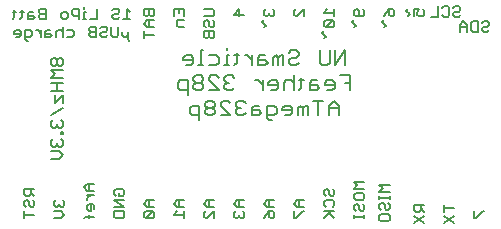
<source format=gbr>
G04 EAGLE Gerber RS-274X export*
G75*
%MOMM*%
%FSLAX34Y34*%
%LPD*%
%INSilkscreen Bottom*%
%IPPOS*%
%AMOC8*
5,1,8,0,0,1.08239X$1,22.5*%
G01*
%ADD10C,0.127000*%
%ADD11C,0.177800*%
%ADD12C,0.152400*%


D10*
X149244Y200242D02*
X146278Y203208D01*
X146278Y194310D01*
X149244Y194310D02*
X143312Y194310D01*
X135440Y203208D02*
X133957Y201725D01*
X135440Y203208D02*
X138405Y203208D01*
X139888Y201725D01*
X139888Y200242D01*
X138405Y198759D01*
X135440Y198759D01*
X133957Y197276D01*
X133957Y195793D01*
X135440Y194310D01*
X138405Y194310D01*
X139888Y195793D01*
X121178Y194310D02*
X121178Y203208D01*
X121178Y194310D02*
X115246Y194310D01*
X111823Y200242D02*
X110340Y200242D01*
X110340Y194310D01*
X111823Y194310D02*
X108857Y194310D01*
X110340Y203208D02*
X110340Y204691D01*
X105586Y203208D02*
X105586Y194310D01*
X105586Y203208D02*
X101137Y203208D01*
X99654Y201725D01*
X99654Y198759D01*
X101137Y197276D01*
X105586Y197276D01*
X94748Y194310D02*
X91782Y194310D01*
X90299Y195793D01*
X90299Y198759D01*
X91782Y200242D01*
X94748Y200242D01*
X96231Y198759D01*
X96231Y195793D01*
X94748Y194310D01*
X77520Y194310D02*
X77520Y203208D01*
X73072Y203208D01*
X71589Y201725D01*
X71589Y200242D01*
X73072Y198759D01*
X71589Y197276D01*
X71589Y195793D01*
X73072Y194310D01*
X77520Y194310D01*
X77520Y198759D02*
X73072Y198759D01*
X66682Y200242D02*
X63717Y200242D01*
X62234Y198759D01*
X62234Y194310D01*
X66682Y194310D01*
X68165Y195793D01*
X66682Y197276D01*
X62234Y197276D01*
X57327Y195793D02*
X57327Y201725D01*
X57327Y195793D02*
X55844Y194310D01*
X55844Y200242D02*
X58810Y200242D01*
X51090Y201725D02*
X51090Y195793D01*
X49607Y194310D01*
X49607Y200242D02*
X52573Y200242D01*
X146981Y183519D02*
X146981Y180553D01*
X145498Y179070D01*
X144015Y179070D01*
X142532Y180553D01*
X142532Y183519D01*
X146981Y180553D02*
X146981Y177587D01*
X148464Y176104D01*
X139109Y180553D02*
X139109Y187968D01*
X139109Y180553D02*
X137626Y179070D01*
X134660Y179070D01*
X133177Y180553D01*
X133177Y187968D01*
X125305Y187968D02*
X123822Y186485D01*
X125305Y187968D02*
X128271Y187968D01*
X129754Y186485D01*
X129754Y185002D01*
X128271Y183519D01*
X125305Y183519D01*
X123822Y182036D01*
X123822Y180553D01*
X125305Y179070D01*
X128271Y179070D01*
X129754Y180553D01*
X120398Y179070D02*
X120398Y187968D01*
X115950Y187968D01*
X114467Y186485D01*
X114467Y185002D01*
X115950Y183519D01*
X114467Y182036D01*
X114467Y180553D01*
X115950Y179070D01*
X120398Y179070D01*
X120398Y183519D02*
X115950Y183519D01*
X100205Y185002D02*
X95756Y185002D01*
X100205Y185002D02*
X101688Y183519D01*
X101688Y180553D01*
X100205Y179070D01*
X95756Y179070D01*
X92333Y179070D02*
X92333Y187968D01*
X90850Y185002D02*
X92333Y183519D01*
X90850Y185002D02*
X87884Y185002D01*
X86401Y183519D01*
X86401Y179070D01*
X81495Y185002D02*
X78529Y185002D01*
X77046Y183519D01*
X77046Y179070D01*
X81495Y179070D01*
X82978Y180553D01*
X81495Y182036D01*
X77046Y182036D01*
X73622Y179070D02*
X73622Y185002D01*
X70657Y185002D02*
X73622Y182036D01*
X70657Y185002D02*
X69174Y185002D01*
X62861Y176104D02*
X61378Y176104D01*
X59895Y177587D01*
X59895Y185002D01*
X64344Y185002D01*
X65827Y183519D01*
X65827Y180553D01*
X64344Y179070D01*
X59895Y179070D01*
X54988Y179070D02*
X52023Y179070D01*
X54988Y179070D02*
X56471Y180553D01*
X56471Y183519D01*
X54988Y185002D01*
X52023Y185002D01*
X50540Y183519D01*
X50540Y182036D01*
X56471Y182036D01*
D11*
X331040Y167905D02*
X331040Y155448D01*
X322735Y155448D02*
X331040Y167905D01*
X322735Y167905D02*
X322735Y155448D01*
X317942Y157524D02*
X317942Y167905D01*
X317942Y157524D02*
X315866Y155448D01*
X311714Y155448D01*
X309638Y157524D01*
X309638Y167905D01*
X285520Y167905D02*
X283443Y165829D01*
X285520Y167905D02*
X289672Y167905D01*
X291748Y165829D01*
X291748Y163752D01*
X289672Y161676D01*
X285520Y161676D01*
X283443Y159600D01*
X283443Y157524D01*
X285520Y155448D01*
X289672Y155448D01*
X291748Y157524D01*
X278651Y155448D02*
X278651Y163752D01*
X276574Y163752D01*
X274498Y161676D01*
X274498Y155448D01*
X274498Y161676D02*
X272422Y163752D01*
X270346Y161676D01*
X270346Y155448D01*
X263477Y163752D02*
X259325Y163752D01*
X257249Y161676D01*
X257249Y155448D01*
X263477Y155448D01*
X265553Y157524D01*
X263477Y159600D01*
X257249Y159600D01*
X252456Y155448D02*
X252456Y163752D01*
X252456Y159600D02*
X248304Y163752D01*
X246228Y163752D01*
X239466Y165829D02*
X239466Y157524D01*
X237390Y155448D01*
X237390Y163752D02*
X241542Y163752D01*
X232810Y163752D02*
X230734Y163752D01*
X230734Y155448D01*
X232810Y155448D02*
X228658Y155448D01*
X230734Y167905D02*
X230734Y169981D01*
X222003Y163752D02*
X215774Y163752D01*
X222003Y163752D02*
X224079Y161676D01*
X224079Y157524D01*
X222003Y155448D01*
X215774Y155448D01*
X210981Y167905D02*
X208905Y167905D01*
X208905Y155448D01*
X210981Y155448D02*
X206829Y155448D01*
X200174Y155448D02*
X196022Y155448D01*
X200174Y155448D02*
X202250Y157524D01*
X202250Y161676D01*
X200174Y163752D01*
X196022Y163752D01*
X193946Y161676D01*
X193946Y159600D01*
X202250Y159600D01*
X335405Y146569D02*
X335405Y134112D01*
X335405Y146569D02*
X327101Y146569D01*
X331253Y140340D02*
X335405Y140340D01*
X320232Y134112D02*
X316080Y134112D01*
X320232Y134112D02*
X322308Y136188D01*
X322308Y140340D01*
X320232Y142416D01*
X316080Y142416D01*
X314004Y140340D01*
X314004Y138264D01*
X322308Y138264D01*
X307135Y142416D02*
X302983Y142416D01*
X300906Y140340D01*
X300906Y134112D01*
X307135Y134112D01*
X309211Y136188D01*
X307135Y138264D01*
X300906Y138264D01*
X294037Y136188D02*
X294037Y144493D01*
X294037Y136188D02*
X291961Y134112D01*
X291961Y142416D02*
X296114Y142416D01*
X287382Y146569D02*
X287382Y134112D01*
X287382Y140340D02*
X285306Y142416D01*
X281154Y142416D01*
X279078Y140340D01*
X279078Y134112D01*
X272209Y134112D02*
X268057Y134112D01*
X272209Y134112D02*
X274285Y136188D01*
X274285Y140340D01*
X272209Y142416D01*
X268057Y142416D01*
X265980Y140340D01*
X265980Y138264D01*
X274285Y138264D01*
X261188Y134112D02*
X261188Y142416D01*
X261188Y138264D02*
X257035Y142416D01*
X254959Y142416D01*
X237176Y144493D02*
X235100Y146569D01*
X230948Y146569D01*
X228872Y144493D01*
X228872Y142416D01*
X230948Y140340D01*
X233024Y140340D01*
X230948Y140340D02*
X228872Y138264D01*
X228872Y136188D01*
X230948Y134112D01*
X235100Y134112D01*
X237176Y136188D01*
X224079Y134112D02*
X215774Y134112D01*
X215774Y142416D02*
X224079Y134112D01*
X215774Y142416D02*
X215774Y144493D01*
X217850Y146569D01*
X222003Y146569D01*
X224079Y144493D01*
X210981Y144493D02*
X208905Y146569D01*
X204753Y146569D01*
X202677Y144493D01*
X202677Y142416D01*
X204753Y140340D01*
X202677Y138264D01*
X202677Y136188D01*
X204753Y134112D01*
X208905Y134112D01*
X210981Y136188D01*
X210981Y138264D01*
X208905Y140340D01*
X210981Y142416D01*
X210981Y144493D01*
X208905Y140340D02*
X204753Y140340D01*
X197884Y142416D02*
X197884Y129960D01*
X197884Y142416D02*
X191656Y142416D01*
X189580Y140340D01*
X189580Y136188D01*
X191656Y134112D01*
X197884Y134112D01*
X325582Y121080D02*
X325582Y112776D01*
X325582Y121080D02*
X321430Y125233D01*
X317278Y121080D01*
X317278Y112776D01*
X317278Y119004D02*
X325582Y119004D01*
X308333Y112776D02*
X308333Y125233D01*
X312485Y125233D02*
X304181Y125233D01*
X299388Y121080D02*
X299388Y112776D01*
X299388Y121080D02*
X297312Y121080D01*
X295236Y119004D01*
X295236Y112776D01*
X295236Y119004D02*
X293160Y121080D01*
X291083Y119004D01*
X291083Y112776D01*
X284215Y112776D02*
X280062Y112776D01*
X284215Y112776D02*
X286291Y114852D01*
X286291Y119004D01*
X284215Y121080D01*
X280062Y121080D01*
X277986Y119004D01*
X277986Y116928D01*
X286291Y116928D01*
X269041Y108624D02*
X266965Y108624D01*
X264889Y110700D01*
X264889Y121080D01*
X271117Y121080D01*
X273193Y119004D01*
X273193Y114852D01*
X271117Y112776D01*
X264889Y112776D01*
X258020Y121080D02*
X253868Y121080D01*
X251792Y119004D01*
X251792Y112776D01*
X258020Y112776D01*
X260096Y114852D01*
X258020Y116928D01*
X251792Y116928D01*
X246999Y123157D02*
X244923Y125233D01*
X240771Y125233D01*
X238694Y123157D01*
X238694Y121080D01*
X240771Y119004D01*
X242847Y119004D01*
X240771Y119004D02*
X238694Y116928D01*
X238694Y114852D01*
X240771Y112776D01*
X244923Y112776D01*
X246999Y114852D01*
X233902Y112776D02*
X225597Y112776D01*
X225597Y121080D02*
X233902Y112776D01*
X225597Y121080D02*
X225597Y123157D01*
X227673Y125233D01*
X231826Y125233D01*
X233902Y123157D01*
X220804Y123157D02*
X218728Y125233D01*
X214576Y125233D01*
X212500Y123157D01*
X212500Y121080D01*
X214576Y119004D01*
X212500Y116928D01*
X212500Y114852D01*
X214576Y112776D01*
X218728Y112776D01*
X220804Y114852D01*
X220804Y116928D01*
X218728Y119004D01*
X220804Y121080D01*
X220804Y123157D01*
X218728Y119004D02*
X214576Y119004D01*
X207707Y121080D02*
X207707Y108624D01*
X207707Y121080D02*
X201479Y121080D01*
X199403Y119004D01*
X199403Y114852D01*
X201479Y112776D01*
X207707Y112776D01*
D12*
X83686Y161443D02*
X82034Y159790D01*
X82034Y156485D01*
X83686Y154833D01*
X85338Y154833D01*
X86991Y156485D01*
X88643Y154833D01*
X90296Y154833D01*
X91948Y156485D01*
X91948Y159790D01*
X90296Y161443D01*
X88643Y161443D01*
X86991Y159790D01*
X85338Y161443D01*
X83686Y161443D01*
X86991Y159790D02*
X86991Y156485D01*
X91948Y150918D02*
X82034Y150918D01*
X85338Y147613D01*
X82034Y144308D01*
X91948Y144308D01*
X91948Y140393D02*
X82034Y140393D01*
X86991Y140393D02*
X86991Y133784D01*
X82034Y133784D02*
X91948Y133784D01*
X85338Y129869D02*
X85338Y123259D01*
X91948Y129869D01*
X91948Y123259D01*
X91948Y119344D02*
X82034Y112735D01*
X83686Y108820D02*
X82034Y107167D01*
X82034Y103862D01*
X83686Y102210D01*
X85338Y102210D01*
X86991Y103862D01*
X86991Y105515D01*
X86991Y103862D02*
X88643Y102210D01*
X90296Y102210D01*
X91948Y103862D01*
X91948Y107167D01*
X90296Y108820D01*
X90296Y98295D02*
X91948Y98295D01*
X90296Y98295D02*
X90296Y96643D01*
X91948Y96643D01*
X91948Y98295D01*
X83686Y93033D02*
X82034Y91380D01*
X82034Y88075D01*
X83686Y86423D01*
X85338Y86423D01*
X86991Y88075D01*
X86991Y89728D01*
X86991Y88075D02*
X88643Y86423D01*
X90296Y86423D01*
X91948Y88075D01*
X91948Y91380D01*
X90296Y93033D01*
X88643Y82508D02*
X82034Y82508D01*
X88643Y82508D02*
X91948Y79203D01*
X88643Y75898D01*
X82034Y75898D01*
D10*
X211447Y202565D02*
X218862Y202565D01*
X220345Y201082D01*
X220345Y198116D01*
X218862Y196633D01*
X211447Y196633D01*
X211447Y188761D02*
X212930Y187278D01*
X211447Y188761D02*
X211447Y191727D01*
X212930Y193210D01*
X214413Y193210D01*
X215896Y191727D01*
X215896Y188761D01*
X217379Y187278D01*
X218862Y187278D01*
X220345Y188761D01*
X220345Y191727D01*
X218862Y193210D01*
X220345Y183855D02*
X211447Y183855D01*
X211447Y179406D01*
X212930Y177923D01*
X214413Y177923D01*
X215896Y179406D01*
X217379Y177923D01*
X218862Y177923D01*
X220345Y179406D01*
X220345Y183855D01*
X215896Y183855D02*
X215896Y179406D01*
X236847Y198116D02*
X245745Y198116D01*
X241296Y202565D02*
X236847Y198116D01*
X241296Y196633D02*
X241296Y202565D01*
X389247Y202565D02*
X389247Y196633D01*
X389247Y202565D02*
X393696Y202565D01*
X392213Y199599D01*
X392213Y198116D01*
X393696Y196633D01*
X396662Y196633D01*
X398145Y198116D01*
X398145Y201082D01*
X396662Y202565D01*
X296545Y202565D02*
X296545Y196633D01*
X296545Y202565D02*
X290613Y196633D01*
X289130Y196633D01*
X287647Y198116D01*
X287647Y201082D01*
X289130Y202565D01*
X313047Y199599D02*
X316013Y202565D01*
X313047Y199599D02*
X321945Y199599D01*
X321945Y202565D02*
X321945Y196633D01*
X320462Y193210D02*
X314530Y193210D01*
X313047Y191727D01*
X313047Y188761D01*
X314530Y187278D01*
X320462Y187278D01*
X321945Y188761D01*
X321945Y191727D01*
X320462Y193210D01*
X314530Y187278D01*
X313047Y183855D02*
X311564Y182372D01*
X314530Y179406D01*
X313047Y177923D01*
X345862Y202565D02*
X347345Y201082D01*
X347345Y198116D01*
X345862Y196633D01*
X339930Y196633D01*
X338447Y198116D01*
X338447Y201082D01*
X339930Y202565D01*
X341413Y202565D01*
X342896Y201082D01*
X342896Y196633D01*
X338447Y193210D02*
X336964Y191727D01*
X339930Y188761D01*
X338447Y187278D01*
X169545Y202565D02*
X160647Y202565D01*
X160647Y198116D01*
X162130Y196633D01*
X163613Y196633D01*
X165096Y198116D01*
X166579Y196633D01*
X168062Y196633D01*
X169545Y198116D01*
X169545Y202565D01*
X165096Y202565D02*
X165096Y198116D01*
X163613Y193210D02*
X169545Y193210D01*
X163613Y193210D02*
X160647Y190244D01*
X163613Y187278D01*
X169545Y187278D01*
X165096Y187278D02*
X165096Y193210D01*
X169545Y180889D02*
X160647Y180889D01*
X160647Y183855D02*
X160647Y177923D01*
X262247Y201082D02*
X263730Y202565D01*
X262247Y201082D02*
X262247Y198116D01*
X263730Y196633D01*
X265213Y196633D01*
X266696Y198116D01*
X266696Y199599D01*
X266696Y198116D02*
X268179Y196633D01*
X269662Y196633D01*
X271145Y198116D01*
X271145Y201082D01*
X269662Y202565D01*
X262247Y193210D02*
X260764Y191727D01*
X263730Y188761D01*
X262247Y187278D01*
X363847Y196633D02*
X365330Y199599D01*
X368296Y202565D01*
X371262Y202565D01*
X372745Y201082D01*
X372745Y198116D01*
X371262Y196633D01*
X369779Y196633D01*
X368296Y198116D01*
X368296Y202565D01*
X363847Y193210D02*
X362364Y191727D01*
X365330Y188761D01*
X363847Y187278D01*
X186047Y196633D02*
X186047Y202565D01*
X194945Y202565D01*
X194945Y196633D01*
X190496Y199599D02*
X190496Y202565D01*
X189013Y193210D02*
X194945Y193210D01*
X189013Y193210D02*
X189013Y188761D01*
X190496Y187278D01*
X194945Y187278D01*
X67945Y50291D02*
X59047Y50291D01*
X59047Y45842D01*
X60530Y44359D01*
X63496Y44359D01*
X64979Y45842D01*
X64979Y50291D01*
X64979Y47325D02*
X67945Y44359D01*
X59047Y36487D02*
X60530Y35004D01*
X59047Y36487D02*
X59047Y39452D01*
X60530Y40935D01*
X62013Y40935D01*
X63496Y39452D01*
X63496Y36487D01*
X64979Y35004D01*
X66462Y35004D01*
X67945Y36487D01*
X67945Y39452D01*
X66462Y40935D01*
X67945Y28614D02*
X59047Y28614D01*
X59047Y31580D02*
X59047Y25648D01*
X112813Y54968D02*
X118745Y54968D01*
X112813Y54968D02*
X109847Y52002D01*
X112813Y49036D01*
X118745Y49036D01*
X114296Y49036D02*
X114296Y54968D01*
X112813Y45613D02*
X118745Y45613D01*
X115779Y45613D02*
X112813Y42647D01*
X112813Y41164D01*
X118745Y36334D02*
X118745Y33368D01*
X118745Y36334D02*
X117262Y37817D01*
X114296Y37817D01*
X112813Y36334D01*
X112813Y33368D01*
X114296Y31885D01*
X115779Y31885D01*
X115779Y37817D01*
X118745Y26979D02*
X111330Y26979D01*
X109847Y25496D01*
X114296Y25496D02*
X114296Y28462D01*
X85930Y40935D02*
X84447Y39452D01*
X84447Y36487D01*
X85930Y35004D01*
X87413Y35004D01*
X88896Y36487D01*
X88896Y37970D01*
X88896Y36487D02*
X90379Y35004D01*
X91862Y35004D01*
X93345Y36487D01*
X93345Y39452D01*
X91862Y40935D01*
X90379Y31580D02*
X84447Y31580D01*
X90379Y31580D02*
X93345Y28614D01*
X90379Y25648D01*
X84447Y25648D01*
X290613Y40935D02*
X296545Y40935D01*
X290613Y40935D02*
X287647Y37970D01*
X290613Y35004D01*
X296545Y35004D01*
X292096Y35004D02*
X292096Y40935D01*
X287647Y31580D02*
X287647Y25648D01*
X289130Y25648D01*
X295062Y31580D01*
X296545Y31580D01*
X271145Y40935D02*
X265213Y40935D01*
X262247Y37970D01*
X265213Y35004D01*
X271145Y35004D01*
X266696Y35004D02*
X266696Y40935D01*
X263730Y28614D02*
X262247Y25648D01*
X263730Y28614D02*
X266696Y31580D01*
X269662Y31580D01*
X271145Y30097D01*
X271145Y27131D01*
X269662Y25648D01*
X268179Y25648D01*
X266696Y27131D01*
X266696Y31580D01*
X245745Y40935D02*
X239813Y40935D01*
X236847Y37970D01*
X239813Y35004D01*
X245745Y35004D01*
X241296Y35004D02*
X241296Y40935D01*
X238330Y31580D02*
X236847Y30097D01*
X236847Y27131D01*
X238330Y25648D01*
X239813Y25648D01*
X241296Y27131D01*
X241296Y28614D01*
X241296Y27131D02*
X242779Y25648D01*
X244262Y25648D01*
X245745Y27131D01*
X245745Y30097D01*
X244262Y31580D01*
X220345Y40935D02*
X214413Y40935D01*
X211447Y37970D01*
X214413Y35004D01*
X220345Y35004D01*
X215896Y35004D02*
X215896Y40935D01*
X220345Y31580D02*
X220345Y25648D01*
X220345Y31580D02*
X214413Y25648D01*
X212930Y25648D01*
X211447Y27131D01*
X211447Y30097D01*
X212930Y31580D01*
X194945Y40935D02*
X189013Y40935D01*
X186047Y37970D01*
X189013Y35004D01*
X194945Y35004D01*
X190496Y35004D02*
X190496Y40935D01*
X189013Y31580D02*
X186047Y28614D01*
X194945Y28614D01*
X194945Y31580D02*
X194945Y25648D01*
X169545Y40935D02*
X163613Y40935D01*
X160647Y37970D01*
X163613Y35004D01*
X169545Y35004D01*
X165096Y35004D02*
X165096Y40935D01*
X168062Y31580D02*
X162130Y31580D01*
X160647Y30097D01*
X160647Y27131D01*
X162130Y25648D01*
X168062Y25648D01*
X169545Y27131D01*
X169545Y30097D01*
X168062Y31580D01*
X162130Y25648D01*
X313047Y45842D02*
X314530Y44359D01*
X313047Y45842D02*
X313047Y48808D01*
X314530Y50291D01*
X316013Y50291D01*
X317496Y48808D01*
X317496Y45842D01*
X318979Y44359D01*
X320462Y44359D01*
X321945Y45842D01*
X321945Y48808D01*
X320462Y50291D01*
X313047Y36487D02*
X314530Y35004D01*
X313047Y36487D02*
X313047Y39452D01*
X314530Y40935D01*
X320462Y40935D01*
X321945Y39452D01*
X321945Y36487D01*
X320462Y35004D01*
X321945Y31580D02*
X313047Y31580D01*
X318979Y31580D02*
X313047Y25648D01*
X317496Y30097D02*
X321945Y25648D01*
X338447Y56527D02*
X347345Y56527D01*
X341413Y53562D02*
X338447Y56527D01*
X341413Y53562D02*
X338447Y50596D01*
X347345Y50596D01*
X338447Y45689D02*
X338447Y42723D01*
X338447Y45689D02*
X339930Y47172D01*
X345862Y47172D01*
X347345Y45689D01*
X347345Y42723D01*
X345862Y41240D01*
X339930Y41240D01*
X338447Y42723D01*
X338447Y33368D02*
X339930Y31885D01*
X338447Y33368D02*
X338447Y36334D01*
X339930Y37817D01*
X341413Y37817D01*
X342896Y36334D01*
X342896Y33368D01*
X344379Y31885D01*
X345862Y31885D01*
X347345Y33368D01*
X347345Y36334D01*
X345862Y37817D01*
X347345Y28462D02*
X347345Y25496D01*
X347345Y26979D02*
X338447Y26979D01*
X338447Y28462D02*
X338447Y25496D01*
X360037Y53987D02*
X368935Y53987D01*
X363003Y51022D02*
X360037Y53987D01*
X363003Y51022D02*
X360037Y48056D01*
X368935Y48056D01*
X368935Y44632D02*
X368935Y41666D01*
X368935Y43149D02*
X360037Y43149D01*
X360037Y44632D02*
X360037Y41666D01*
X360037Y33947D02*
X361520Y32464D01*
X360037Y33947D02*
X360037Y36913D01*
X361520Y38395D01*
X363003Y38395D01*
X364486Y36913D01*
X364486Y33947D01*
X365969Y32464D01*
X367452Y32464D01*
X368935Y33947D01*
X368935Y36913D01*
X367452Y38395D01*
X360037Y27557D02*
X360037Y24591D01*
X360037Y27557D02*
X361520Y29040D01*
X367452Y29040D01*
X368935Y27557D01*
X368935Y24591D01*
X367452Y23109D01*
X361520Y23109D01*
X360037Y24591D01*
X389247Y37125D02*
X398145Y37125D01*
X389247Y37125D02*
X389247Y32677D01*
X390730Y31194D01*
X393696Y31194D01*
X395179Y32677D01*
X395179Y37125D01*
X395179Y34160D02*
X398145Y31194D01*
X398145Y21838D02*
X389247Y27770D01*
X389247Y21838D02*
X398145Y27770D01*
X414647Y34160D02*
X423545Y34160D01*
X414647Y37125D02*
X414647Y31194D01*
X414647Y27770D02*
X423545Y21838D01*
X423545Y27770D02*
X414647Y21838D01*
X136730Y44359D02*
X135247Y45842D01*
X135247Y48808D01*
X136730Y50291D01*
X142662Y50291D01*
X144145Y48808D01*
X144145Y45842D01*
X142662Y44359D01*
X139696Y44359D01*
X139696Y47325D01*
X144145Y40935D02*
X135247Y40935D01*
X144145Y35004D01*
X135247Y35004D01*
X135247Y31580D02*
X144145Y31580D01*
X144145Y27131D01*
X142662Y25648D01*
X136730Y25648D01*
X135247Y27131D01*
X135247Y31580D01*
X440047Y31580D02*
X440047Y25648D01*
X441530Y25648D01*
X447462Y31580D01*
X448945Y31580D01*
X446823Y190930D02*
X448306Y192413D01*
X451272Y192413D01*
X452755Y190930D01*
X452755Y189447D01*
X451272Y187964D01*
X448306Y187964D01*
X446823Y186481D01*
X446823Y184998D01*
X448306Y183515D01*
X451272Y183515D01*
X452755Y184998D01*
X443400Y183515D02*
X443400Y192413D01*
X443400Y183515D02*
X438951Y183515D01*
X437468Y184998D01*
X437468Y190930D01*
X438951Y192413D01*
X443400Y192413D01*
X434045Y189447D02*
X434045Y183515D01*
X434045Y189447D02*
X431079Y192413D01*
X428113Y189447D01*
X428113Y183515D01*
X428113Y187964D02*
X434045Y187964D01*
X422693Y203630D02*
X424176Y205113D01*
X427142Y205113D01*
X428625Y203630D01*
X428625Y202147D01*
X427142Y200664D01*
X424176Y200664D01*
X422693Y199181D01*
X422693Y197698D01*
X424176Y196215D01*
X427142Y196215D01*
X428625Y197698D01*
X414821Y205113D02*
X413338Y203630D01*
X414821Y205113D02*
X417787Y205113D01*
X419270Y203630D01*
X419270Y197698D01*
X417787Y196215D01*
X414821Y196215D01*
X413338Y197698D01*
X409915Y196215D02*
X409915Y205113D01*
X409915Y196215D02*
X403983Y196215D01*
X385666Y198503D02*
X384183Y197020D01*
X385666Y198503D02*
X382700Y201469D01*
X384183Y202952D01*
M02*

</source>
